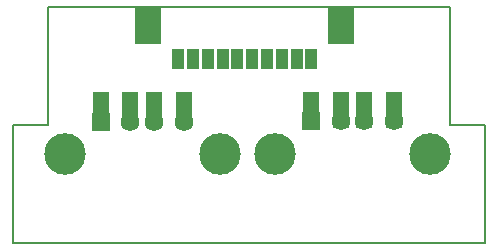
<source format=gts>
G75*
%MOIN*%
%OFA0B0*%
%FSLAX25Y25*%
%IPPOS*%
%LPD*%
%AMOC8*
5,1,8,0,0,1.08239X$1,22.5*
%
%ADD10C,0.00600*%
%ADD11C,0.13855*%
%ADD12R,0.05209X0.12139*%
%ADD13R,0.03950X0.07099*%
%ADD14R,0.09068X0.12611*%
%ADD15R,0.06233X0.06233*%
%ADD16C,0.06233*%
D10*
X0001300Y0012452D02*
X0158780Y0012452D01*
X0158780Y0051764D01*
X0146969Y0051764D01*
X0146969Y0091192D01*
X0013111Y0091192D01*
X0013111Y0051764D01*
X0001300Y0051764D01*
X0001300Y0012452D01*
D11*
X0018598Y0042260D03*
X0070330Y0042260D03*
X0088716Y0042260D03*
X0140448Y0042260D03*
D12*
X0128361Y0056709D03*
X0118519Y0056709D03*
X0110645Y0056709D03*
X0100802Y0056709D03*
X0058243Y0056709D03*
X0048401Y0056709D03*
X0040527Y0056709D03*
X0030684Y0056709D03*
D13*
X0056509Y0073723D03*
X0061430Y0073723D03*
X0066352Y0073723D03*
X0071273Y0073723D03*
X0076194Y0073723D03*
X0081115Y0073723D03*
X0086037Y0073723D03*
X0090958Y0073723D03*
X0095879Y0073723D03*
X0100801Y0073723D03*
D14*
X0110835Y0085175D03*
X0046472Y0085180D03*
D15*
X0030686Y0052940D03*
X0100722Y0053023D03*
D16*
X0110574Y0053023D03*
X0118442Y0053023D03*
X0128292Y0053023D03*
X0058256Y0052940D03*
X0048406Y0052940D03*
X0040538Y0052940D03*
M02*

</source>
